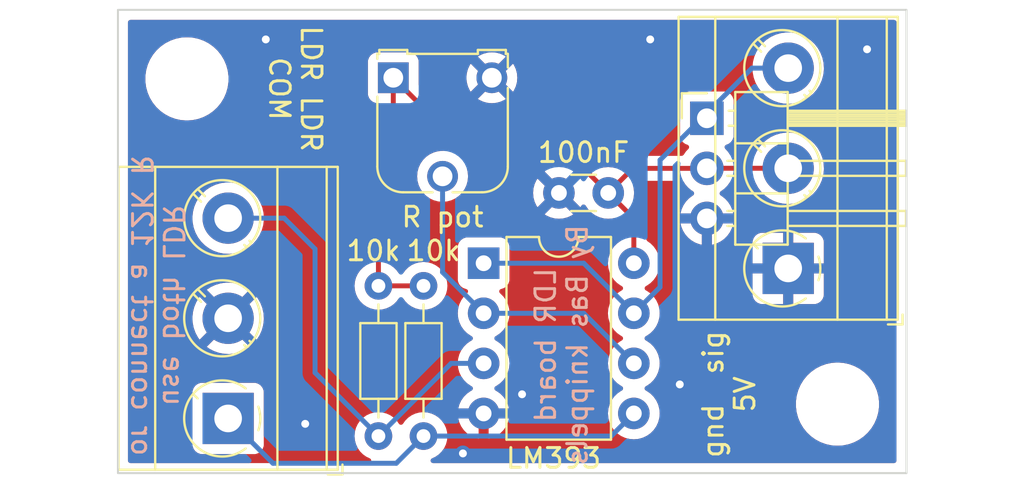
<source format=kicad_pcb>
(kicad_pcb (version 20211014) (generator pcbnew)
  (layers (0 "F.Cu" signal) (31 "B.Cu" signal) (34 "B.Paste" user) (35 "F.Paste" user) (36 "B.SilkS" user "B.Silkscreen") (37 "F.SilkS" user "F.Silkscreen") (38 "B.Mask" user) (39 "F.Mask" user) (44 "Edge.Cuts" user))
  (net 0 "")
  (net 1 "GND")
  (net 2 "+5V")
  (net 3 "Net-(J1101-Pad1)")
  (net 4 "Net-(J1101-Pad3)")
  (net 5 "Net-(J1102-Pad1)")
  (net 6 "Net-(RV1101-Pad2)")
  (footprint "MountingHole:MountingHole_3.2mm_M3" (layer "F.Cu") (at 83 76.5)
    (fp_text reference "REF**" hide)
    (fp_text value "MountingHole_3.2mm_M3")
    (pad "" np_thru_hole circle (at 0 0) (size 3.2 3.2) (drill 3.2) (layers *.Cu *.Mask))
  )
  (footprint "TerminalBlock_MetzConnect:TerminalBlock_MetzConnect_Type073_RT02603HBLU_1x03_P5.08mm_Horizontal" (layer "F.Cu") (at 85.09 93.726 90)
    (fp_text reference "J1101" hide)
    (fp_text value "LDR")
    (fp_line (start -2.84 5.8) (end -2.34 5.8) (layer "F.SilkS") (width 0.12))
    (fp_line (start -2.6 -5.56) (end 12.76 -5.56) (layer "F.SilkS") (width 0.12))
    (fp_line (start 8.804 0.821) (end 8.697 0.928) (layer "F.SilkS") (width 0.12))
    (fp_line (start -2.6 5) (end 12.76 5) (layer "F.SilkS") (width 0.12))
    (fp_line (start 12.76 -5.56) (end 12.76 5.56) (layer "F.SilkS") (width 0.12))
    (fp_line (start 9.013 1.083) (end 8.932 1.164) (layer "F.SilkS") (width 0.12))
    (fp_line (start -2.6 2.5) (end 12.76 2.5) (layer "F.SilkS") (width 0.12))
    (fp_line (start 1.229 -1.764) (end 1.013 -1.549) (layer "F.SilkS") (width 0.12))
    (fp_line (start 11.389 -1.764) (end 10.998 -1.374) (layer "F.SilkS") (width 0.12))
    (fp_line (start -2.6 5.56) (end 12.76 5.56) (layer "F.SilkS") (width 0.12))
    (fp_line (start -2.6 -3.7) (end 12.76 -3.7) (layer "F.SilkS") (width 0.12))
    (fp_line (start 6.309 -1.764) (end 5.918 -1.374) (layer "F.SilkS") (width 0.12))
    (fp_line (start -2.84 5.06) (end -2.84 5.8) (layer "F.SilkS") (width 0.12))
    (fp_line (start 11.624 -1.529) (end 11.274 -1.179) (layer "F.SilkS") (width 0.12))
    (fp_line (start 3.933 1.083) (end 3.852 1.164) (layer "F.SilkS") (width 0.12))
    (fp_line (start -2.6 -5.56) (end -2.6 5.56) (layer "F.SilkS") (width 0.12))
    (fp_line (start 6.544 -1.529) (end 6.194 -1.179) (layer "F.SilkS") (width 0.12))
    (fp_line (start 3.724 0.821) (end 3.617 0.928) (layer "F.SilkS") (width 0.12))
    (fp_arc (start 0.033269 1.630336) (mid -0.285785 1.609354) (end -0.597 1.536) (layer "F.SilkS") (width 0.12))
    (fp_arc (start 1.521645 -1.488175) (mid 1.930586 -0.299476) (end 1.521 0.889) (layer "F.SilkS") (width 0.12))
    (fp_arc (start 10.16 1.63) (mid 10.16 -2.23) (end 10.16 1.63) (layer "F.SilkS") (width 0.12))
    (fp_arc (start -1.500317 -1.514609) (mid -0.000252 -2.230344) (end 1.5 -1.515) (layer "F.SilkS") (width 0.12))
    (fp_arc (start -1.521645 0.888175) (mid -1.930586 -0.300524) (end -1.521 -1.489) (layer "F.SilkS") (width 0.12))
    (fp_arc (start 0.596403 1.535539) (mid 0.301919 1.606238) (end 0 1.63) (layer "F.SilkS") (width 0.12))
    (fp_arc (start 5.08 1.63) (mid 5.08 -2.23) (end 5.08 1.63) (layer "F.SilkS") (width 0.12))
    (pad "1" thru_hole rect (at 0 0 90) (size 2.6 2.6) (drill 1.4) (layers *.Cu *.Mask) (net 3 "Net-(J1101-Pad1)"))
    (pad "2" thru_hole circle (at 5.08 0 90) (size 2.6 2.6) (drill 1.4) (layers *.Cu *.Mask) (net 1 "GND"))
    (pad "3" thru_hole circle (at 10.16 0 90) (size 2.6 2.6) (drill 1.4) (layers *.Cu *.Mask) (net 4 "Net-(J1101-Pad3)"))
  )
  (footprint "Capacitor_THT:C_Disc_D3.0mm_W1.6mm_P2.50mm" (layer "F.Cu") (at 104.37 82.286 180)
    (fp_text reference "C" hide)
    (fp_text value "100nF" (at 1.25 2.05) (layer "F.SilkS"))
    (fp_line (start 0.621 0.92) (end 1.879 0.92) (layer "F.SilkS") (width 0.12))
    (fp_line (start 0.621 -0.92) (end 1.879 -0.92) (layer "F.SilkS") (width 0.12))
    (pad "1" thru_hole circle (at 0 0 180) (size 1.6 1.6) (drill 0.8) (layers *.Cu *.Mask) (net 2 "+5V"))
    (pad "2" thru_hole circle (at 2.5 0 180) (size 1.6 1.6) (drill 0.8) (layers *.Cu *.Mask) (net 1 "GND"))
  )
  (footprint "MountingHole:MountingHole_3.2mm_M3" (layer "F.Cu") (at 116 93)
    (fp_text reference "REF**" hide)
    (fp_text value "MountingHole_3.2mm_M3")
    (pad "" np_thru_hole circle (at 0 0) (size 3.2 3.2) (drill 3.2) (layers F&B.Cu *.Mask))
  )
  (footprint "Connector_PinHeader_2.54mm:PinHeader_1x03_P2.54mm_Horizontal" (layer "F.Cu") (at 109.374 78.5)
    (fp_text reference "J1102" hide)
    (fp_text value "ter")
    (fp_line (start 10.1 2.92) (end 4.1 2.92) (layer "F.SilkS") (width 0.12))
    (fp_line (start 1.042929 2.92) (end 1.44 2.92) (layer "F.SilkS") (width 0.12))
    (fp_line (start -1.27 0) (end -1.27 -1.27) (layer "F.SilkS") (width 0.12))
    (fp_line (start 1.11 0.38) (end 1.44 0.38) (layer "F.SilkS") (width 0.12))
    (fp_line (start 10.1 4.7) (end 10.1 5.46) (layer "F.SilkS") (width 0.12))
    (fp_line (start -1.27 -1.27) (end 0 -1.27) (layer "F.SilkS") (width 0.12))
    (fp_line (start 10.1 5.46) (end 4.1 5.46) (layer "F.SilkS") (width 0.12))
    (fp_line (start 1.11 -0.38) (end 1.44 -0.38) (layer "F.SilkS") (width 0.12))
    (fp_line (start 4.1 -0.32) (end 10.1 -0.32) (layer "F.SilkS") (width 0.12))
    (fp_line (start 4.1 -0.2) (end 10.1 -0.2) (layer "F.SilkS") (width 0.12))
    (fp_line (start 1.44 1.27) (end 4.1 1.27) (layer "F.SilkS") (width 0.12))
    (fp_line (start 10.1 0.38) (end 4.1 0.38) (layer "F.SilkS") (width 0.12))
    (fp_line (start 4.1 0.16) (end 10.1 0.16) (layer "F.SilkS") (width 0.12))
    (fp_line (start 1.042929 2.16) (end 1.44 2.16) (layer "F.SilkS") (width 0.12))
    (fp_line (start 1.042929 5.46) (end 1.44 5.46) (layer "F.SilkS") (width 0.12))
    (fp_line (start 4.1 -1.33) (end 1.44 -1.33) (layer "F.SilkS") (width 0.12))
    (fp_line (start 4.1 -0.38) (end 10.1 -0.38) (layer "F.SilkS") (width 0.12))
    (fp_line (start 1.44 6.41) (end 4.1 6.41) (layer "F.SilkS") (width 0.12))
    (fp_line (start 4.1 -0.08) (end 10.1 -0.08) (layer "F.SilkS") (width 0.12))
    (fp_line (start 4.1 0.28) (end 10.1 0.28) (layer "F.SilkS") (width 0.12))
    (fp_line (start 1.44 3.81) (end 4.1 3.81) (layer "F.SilkS") (width 0.12))
    (fp_line (start 4.1 2.16) (end 10.1 2.16) (layer "F.SilkS") (width 0.12))
    (fp_line (start 4.1 6.41) (end 4.1 -1.33) (layer "F.SilkS") (width 0.12))
    (fp_line (start 1.042929 4.7) (end 1.44 4.7) (layer "F.SilkS") (width 0.12))
    (fp_line (start 10.1 -0.38) (end 10.1 0.38) (layer "F.SilkS") (width 0.12))
    (fp_line (start 1.44 -1.33) (end 1.44 6.41) (layer "F.SilkS") (width 0.12))
    (fp_line (start 4.1 0.04) (end 10.1 0.04) (layer "F.SilkS") (width 0.12))
    (fp_line (start 10.1 2.16) (end 10.1 2.92) (layer "F.SilkS") (width 0.12))
    (fp_line (start 4.1 4.7) (end 10.1 4.7) (layer "F.SilkS") (width 0.12))
    (pad "1" thru_hole rect (at 0 0) (size 1.7 1.7) (drill 1) (layers *.Cu *.Mask) (net 5 "Net-(J1102-Pad1)"))
    (pad "2" thru_hole oval (at 0 2.54) (size 1.7 1.7) (drill 1) (layers *.Cu *.Mask) (net 2 "+5V"))
    (pad "3" thru_hole oval (at 0 5.08) (size 1.7 1.7) (drill 1) (layers *.Cu *.Mask) (net 1 "GND"))
  )
  (footprint "Potentiometer_THT:Potentiometer_Runtron_RM-065_Vertical" (layer "F.Cu") (at 93.468 76.444)
    (fp_text reference "R pot" (at 2.5 7.066) (layer "F.SilkS"))
    (fp_text value "REF")
    (fp_line (start 5.71 -1.21) (end 5.81 -1.21) (layer "F.SilkS") (width 0.12))
    (fp_line (start -0.81 4.5) (end -0.81 0.96) (layer "F.SilkS") (width 0.12))
    (fp_line (start 4.29 -1.21) (end 4.29 -1.41) (layer "F.SilkS") (width 0.12))
    (fp_line (start -0.71 -1.41) (end -0.71 -1.21) (layer "F.SilkS") (width 0.12))
    (fp_line (start -0.71 -1.21) (end -0.81 -1.21) (layer "F.SilkS") (width 0.12))
    (fp_line (start 0.71 -1.21) (end 0.71 -1.41) (layer "F.SilkS") (width 0.12))
    (fp_line (start 0.71 -1.21) (end 4.29 -1.21) (layer "F.SilkS") (width 0.12))
    (fp_line (start 1.99 5.81) (end 0.5 5.81) (layer "F.SilkS") (width 0.12))
    (fp_line (start -0.71 -1.41) (end 0.71 -1.41) (layer "F.SilkS") (width 0.12))
    (fp_line (start 4.29 -1.41) (end 5.71 -1.41) (layer "F.SilkS") (width 0.12))
    (fp_line (start 5.81 0.52) (end 5.81 4.5) (layer "F.SilkS") (width 0.12))
    (fp_line (start 4.5 5.81) (end 3.01 5.81) (layer "F.SilkS") (width 0.12))
    (fp_line (start 5.81 -1.21) (end 5.81 -0.52) (layer "F.SilkS") (width 0.12))
    (fp_line (start -0.81 -1.21) (end -0.81 -0.96) (layer "F.SilkS") (width 0.12))
    (fp_line (start 5.71 -1.41) (end 5.71 -1.21) (layer "F.SilkS") (width 0.12))
    (fp_arc (start 5.81 4.5) (mid 5.42631 5.42631) (end 4.5 5.81) (layer "F.SilkS") (width 0.12))
    (fp_arc (start 0.5 5.81) (mid -0.42631 5.42631) (end -0.81 4.5) (layer "F.SilkS") (width 0.12))
    (pad "1" thru_hole rect (at 0 0) (size 1.56 1.56) (drill 1) (layers *.Cu *.Mask) (net 2 "+5V"))
    (pad "2" thru_hole circle (at 2.5 5) (size 1.56 1.56) (drill 1) (layers *.Cu *.Mask) (net 6 "Net-(RV1101-Pad2)"))
    (pad "3" thru_hole circle (at 5 0) (size 1.56 1.56) (drill 1) (layers *.Cu *.Mask) (net 1 "GND"))
  )
  (footprint "Resistor_THT:R_Axial_DIN0204_L3.6mm_D1.6mm_P7.62mm_Horizontal" (layer "F.Cu") (at 95 87 -90)
    (fp_text reference "R1101" hide)
    (fp_text value "10k" (at -1.778 -0.508) (layer "F.SilkS"))
    (fp_line (start 1.89 0.92) (end 5.73 0.92) (layer "F.SilkS") (width 0.12))
    (fp_line (start 5.73 -0.92) (end 1.89 -0.92) (layer "F.SilkS") (width 0.12))
    (fp_line (start 0.94 0) (end 1.89 0) (layer "F.SilkS") (width 0.12))
    (fp_line (start 6.68 0) (end 5.73 0) (layer "F.SilkS") (width 0.12))
    (fp_line (start 5.73 0.92) (end 5.73 -0.92) (layer "F.SilkS") (width 0.12))
    (fp_line (start 1.89 -0.92) (end 1.89 0.92) (layer "F.SilkS") (width 0.12))
    (pad "1" thru_hole circle (at 0 0 270) (size 1.4 1.4) (drill 0.7) (layers *.Cu *.Mask) (net 2 "+5V"))
    (pad "2" thru_hole oval (at 7.62 0 270) (size 1.4 1.4) (drill 0.7) (layers *.Cu *.Mask) (net 3 "Net-(J1101-Pad1)"))
  )
  (footprint "TerminalBlock_MetzConnect:TerminalBlock_MetzConnect_Type073_RT02603HBLU_1x03_P5.08mm_Horizontal" (layer "F.Cu") (at 113.5 86.116 90)
    (fp_text reference "J1103" hide)
    (fp_text value "ter")
    (fp_line (start -2.6 5.56) (end 12.76 5.56) (layer "F.SilkS") (width 0.12))
    (fp_line (start -2.6 5) (end 12.76 5) (layer "F.SilkS") (width 0.12))
    (fp_line (start 6.309 -1.764) (end 5.918 -1.374) (layer "F.SilkS") (width 0.12))
    (fp_line (start 1.229 -1.764) (end 1.013 -1.549) (layer "F.SilkS") (width 0.12))
    (fp_line (start 11.624 -1.529) (end 11.274 -1.179) (layer "F.SilkS") (width 0.12))
    (fp_line (start 11.389 -1.764) (end 10.998 -1.374) (layer "F.SilkS") (width 0.12))
    (fp_line (start -2.6 -3.7) (end 12.76 -3.7) (layer "F.SilkS") (width 0.12))
    (fp_line (start -2.6 -5.56) (end 12.76 -5.56) (layer "F.SilkS") (width 0.12))
    (fp_line (start 6.544 -1.529) (end 6.194 -1.179) (layer "F.SilkS") (width 0.12))
    (fp_line (start 3.724 0.821) (end 3.617 0.928) (layer "F.SilkS") (width 0.12))
    (fp_line (start 8.804 0.821) (end 8.697 0.928) (layer "F.SilkS") (width 0.12))
    (fp_line (start 12.76 -5.56) (end 12.76 5.56) (layer "F.SilkS") (width 0.12))
    (fp_line (start 3.933 1.083) (end 3.852 1.164) (layer "F.SilkS") (width 0.12))
    (fp_line (start -2.6 2.5) (end 12.76 2.5) (layer "F.SilkS") (width 0.12))
    (fp_line (start 9.013 1.083) (end 8.932 1.164) (layer "F.SilkS") (width 0.12))
    (fp_line (start -2.84 5.06) (end -2.84 5.8) (layer "F.SilkS") (width 0.12))
    (fp_line (start -2.84 5.8) (end -2.34 5.8) (layer "F.SilkS") (width 0.12))
    (fp_line (start -2.6 -5.56) (end -2.6 5.56) (layer "F.SilkS") (width 0.12))
    (fp_arc (start 5.08 1.63) (mid 5.08 -2.23) (end 5.08 1.63) (layer "F.SilkS") (width 0.12))
    (fp_arc (start 1.521645 -1.488175) (mid 1.930586 -0.299476) (end 1.521 0.889) (layer "F.SilkS") (width 0.12))
    (fp_arc (start -1.521645 0.888175) (mid -1.930586 -0.300524) (end -1.521 -1.489) (layer "F.SilkS") (width 0.12))
    (fp_arc (start -1.500317 -1.514609) (mid -0.000252 -2.230344) (end 1.5 -1.515) (layer "F.SilkS") (width 0.12))
    (fp_arc (start 10.16 1.63) (mid 10.16 -2.23) (end 10.16 1.63) (layer "F.SilkS") (width 0.12))
    (fp_arc (start 0.596403 1.535539) (mid 0.301919 1.606238) (end 0 1.63) (layer "F.SilkS") (width 0.12))
    (fp_arc (start 0.033269 1.630336) (mid -0.285785 1.609354) (end -0.597 1.536) (layer "F.SilkS") (width 0.12))
    (pad "1" thru_hole rect (at 0 0 90) (size 2.6 2.6) (drill 1.4) (layers *.Cu *.Mask) (net 1 "GND"))
    (pad "2" thru_hole circle (at 5.08 0 90) (size 2.6 2.6) (drill 1.4) (layers *.Cu *.Mask) (net 2 "+5V"))
    (pad "3" thru_hole circle (at 10.16 0 90) (size 2.6 2.6) (drill 1.4) (layers *.Cu *.Mask) (net 5 "Net-(J1102-Pad1)"))
  )
  (footprint "Resistor_THT:R_Axial_DIN0204_L3.6mm_D1.6mm_P7.62mm_Horizontal" (layer "F.Cu") (at 92.714 87 -90)
    (fp_text reference "R1102" hide)
    (fp_text value "10k" (at -1.778 0.254) (layer "F.SilkS"))
    (fp_line (start 5.73 0.92) (end 5.73 -0.92) (layer "F.SilkS") (width 0.12))
    (fp_line (start 1.89 -0.92) (end 1.89 0.92) (layer "F.SilkS") (width 0.12))
    (fp_line (start 0.94 0) (end 1.89 0) (layer "F.SilkS") (width 0.12))
    (fp_line (start 6.68 0) (end 5.73 0) (layer "F.SilkS") (width 0.12))
    (fp_line (start 1.89 0.92) (end 5.73 0.92) (layer "F.SilkS") (width 0.12))
    (fp_line (start 5.73 -0.92) (end 1.89 -0.92) (layer "F.SilkS") (width 0.12))
    (pad "1" thru_hole circle (at 0 0 270) (size 1.4 1.4) (drill 0.7) (layers *.Cu *.Mask) (net 2 "+5V"))
    (pad "2" thru_hole oval (at 7.62 0 270) (size 1.4 1.4) (drill 0.7) (layers *.Cu *.Mask) (net 4 "Net-(J1101-Pad3)"))
  )
  (footprint "Package_DIP:DIP-8_W7.62mm" (layer "F.Cu") (at 98.05 85.852)
    (fp_text reference "U1101" hide)
    (fp_text value "LM393" (at 3.546 9.896 unlocked) (layer "F.SilkS"))
    (fp_line (start 1.16 8.95) (end 6.46 8.95) (layer "F.SilkS") (width 0.12))
    (fp_line (start 6.46 -1.33) (end 4.81 -1.33) (layer "F.SilkS") (width 0.12))
    (fp_line (start 6.46 8.95) (end 6.46 -1.33) (layer "F.SilkS") (width 0.12))
    (fp_line (start 1.16 -1.33) (end 1.16 8.95) (layer "F.SilkS") (width 0.12))
    (fp_line (start 2.81 -1.33) (end 1.16 -1.33) (layer "F.SilkS") (width 0.12))
    (fp_arc (start 4.81 -1.33) (mid 3.81 -0.33) (end 2.81 -1.33) (layer "F.SilkS") (width 0.12))
    (pad "1" thru_hole rect (at 0 0) (size 1.6 1.6) (drill 0.8) (layers *.Cu *.Mask) (net 5 "Net-(J1102-Pad1)"))
    (pad "2" thru_hole oval (at 0 2.54) (size 1.6 1.6) (drill 0.8) (layers *.Cu *.Mask) (net 6 "Net-(RV1101-Pad2)"))
    (pad "3" thru_hole oval (at 0 5.08) (size 1.6 1.6) (drill 0.8) (layers *.Cu *.Mask) (net 4 "Net-(J1101-Pad3)"))
    (pad "4" thru_hole oval (at 0 7.62) (size 1.6 1.6) (drill 0.8) (layers *.Cu *.Mask) (net 1 "GND"))
    (pad "5" thru_hole oval (at 7.62 7.62) (size 1.6 1.6) (drill 0.8) (layers *.Cu *.Mask) (net 3 "Net-(J1101-Pad1)"))
    (pad "6" thru_hole oval (at 7.62 5.08) (size 1.6 1.6) (drill 0.8) (layers *.Cu *.Mask) (net 6 "Net-(RV1101-Pad2)"))
    (pad "7" thru_hole oval (at 7.62 2.54) (size 1.6 1.6) (drill 0.8) (layers *.Cu *.Mask) (net 5 "Net-(J1102-Pad1)"))
    (pad "8" thru_hole oval (at 7.62 0) (size 1.6 1.6) (drill 0.8) (layers *.Cu *.Mask) (net 2 "+5V"))
  )
  (gr_rect (start 79.5 96.5) (end 119.5 73) (layer "Edge.Cuts") (width 0.1) (fill none))
  (gr_text "LDR board\nBy Bas knippels" (at 102 90 90) (layer "B.SilkS") (effects (font (size 1 1)) (justify mirror)))
  (gr_text "use both LDR\nor connect a 12K R" (at 81.5 88 270) (layer "B.SilkS") (effects (font (size 1 1)) (justify mirror)))
  (gr_text "LDR LDR\nCOM" (at 88.5 77 270) (layer "F.SilkS") (effects (font (size 1 1))))
  (gr_text "gnd  sig\n5V" (at 110.5 92.5 90) (layer "F.SilkS") (effects (font (size 1 1))))
  (via (at 100 92.5) (size 0.8) (drill 0.4) (layers "F.Cu" "B.Cu") (net 1))
  (via (at 108 92) (size 0.8) (drill 0.4) (layers "F.Cu" "B.Cu") (net 1))
  (via (at 89 94) (size 0.8) (drill 0.4) (layers "F.Cu" "B.Cu") (net 1))
  (via (at 97 95.5) (size 0.8) (drill 0.4) (layers "F.Cu" "B.Cu") (net 1))
  (via (at 117.5 75) (size 0.8) (drill 0.4) (layers "F.Cu" "B.Cu") (net 1))
  (via (at 106.5 74.5) (size 0.8) (drill 0.4) (layers "F.Cu" "B.Cu") (net 1))
  (via (at 87 74.5) (size 0.8) (drill 0.4) (layers "F.Cu" "B.Cu") (net 1))
  (segment (start 92.714 79.786) (end 93.468 79.032) (width 0.25) (layer "F.Cu") (net 2))
  (segment (start 93.468 79.032) (end 93.468 76.444) (width 0.25) (layer "F.Cu") (net 2))
  (segment (start 102.423 80.339) (end 97.363 80.339) (width 0.25) (layer "F.Cu") (net 2))
  (segment (start 109.374 81.04) (end 105.616 81.04) (width 0.25) (layer "F.Cu") (net 2))
  (segment (start 109.378 81.036) (end 109.374 81.04) (width 0.25) (layer "F.Cu") (net 2))
  (segment (start 105.67 85.852) (end 105.67 83.586) (width 0.25) (layer "F.Cu") (net 2))
  (segment (start 105.67 83.586) (end 104.37 82.286) (width 0.25) (layer "F.Cu") (net 2))
  (segment (start 92.714 87) (end 92.714 79.786) (width 0.25) (layer "F.Cu") (net 2))
  (segment (start 113.5 81.036) (end 109.378 81.036) (width 0.25) (layer "F.Cu") (net 2))
  (segment (start 95 87) (end 92.714 87) (width 0.25) (layer "F.Cu") (net 2))
  (segment (start 105.616 81.04) (end 104.37 82.286) (width 0.25) (layer "F.Cu") (net 2))
  (segment (start 97.363 80.339) (end 93.468 76.444) (width 0.25) (layer "F.Cu") (net 2))
  (segment (start 104.37 82.286) (end 102.423 80.339) (width 0.25) (layer "F.Cu") (net 2))
  (segment (start 95 94.62) (end 104.522 94.62) (width 0.25) (layer "B.Cu") (net 3))
  (segment (start 87.364 96) (end 85.09 93.726) (width 0.25) (layer "B.Cu") (net 3))
  (segment (start 93.62 96) (end 87.364 96) (width 0.25) (layer "B.Cu") (net 3))
  (segment (start 95 94.62) (end 93.62 96) (width 0.25) (layer "B.Cu") (net 3))
  (segment (start 104.522 94.62) (end 105.67 93.472) (width 0.25) (layer "B.Cu") (net 3))
  (segment (start 89.5 85.132) (end 89.5 91.406) (width 0.25) (layer "B.Cu") (net 4))
  (segment (start 87.934 83.566) (end 89.5 85.132) (width 0.25) (layer "B.Cu") (net 4))
  (segment (start 96.402 90.932) (end 98.05 90.932) (width 0.25) (layer "B.Cu") (net 4))
  (segment (start 92.714 94.62) (end 96.402 90.932) (width 0.25) (layer "B.Cu") (net 4))
  (segment (start 89.5 91.406) (end 92.714 94.62) (width 0.25) (layer "B.Cu") (net 4))
  (segment (start 85.09 83.566) (end 87.934 83.566) (width 0.25) (layer "B.Cu") (net 4))
  (segment (start 107 87.062) (end 107 80.617523) (width 0.25) (layer "B.Cu") (net 5))
  (segment (start 111.661523 75.956) (end 113.5 75.956) (width 0.25) (layer "B.Cu") (net 5))
  (segment (start 105.67 88.392) (end 107 87.062) (width 0.25) (layer "B.Cu") (net 5))
  (segment (start 98.05 85.852) (end 103.13 85.852) (width 0.25) (layer "B.Cu") (net 5))
  (segment (start 107 80.617523) (end 111.661523 75.956) (width 0.25) (layer "B.Cu") (net 5))
  (segment (start 103.13 85.852) (end 105.67 88.392) (width 0.25) (layer "B.Cu") (net 5))
  (segment (start 95.968 86.31) (end 95.968 81.444) (width 0.25) (layer "B.Cu") (net 6))
  (segment (start 103.13 88.392) (end 105.67 90.932) (width 0.25) (layer "B.Cu") (net 6))
  (segment (start 98.05 88.392) (end 103.13 88.392) (width 0.25) (layer "B.Cu") (net 6))
  (segment (start 98.05 88.392) (end 95.968 86.31) (width 0.25) (layer "B.Cu") (net 6))
  (zone (net 1) (net_name "GND") (layers F&B.Cu) (connect_pads (clearance 0.508)) (min_thickness 0.254) (fill yes (thermal_gap 0.508) (thermal_bridge_width 0.508))
    (polygon (pts (xy 120 97) (xy 79 97) (xy 79 72.5) (xy 120 72.5)))
  )
)
</source>
